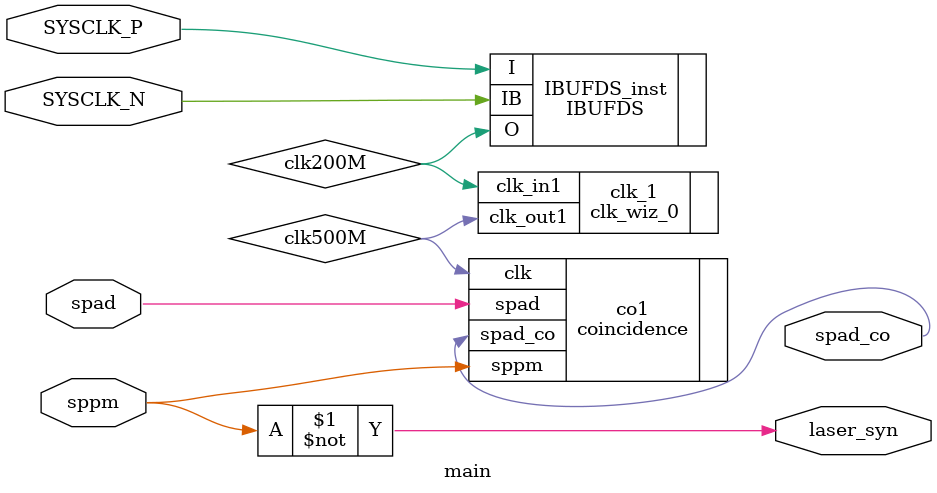
<source format=v>
`timescale 1ns / 1ps

module main(
	input SYSCLK_N,
	input SYSCLK_P,
	input sppm,
	input spad,

	output laser_syn,
	output spad_co

    );
    

wire clk500M, clk200M, clk100M;

clk_wiz_0 clk_1(
       // Clock out ports
       .clk_out1(clk500M),     // output clk_out1    
      // Clock in ports
       .clk_in1(clk200M));      // input clk_in1

IBUFDS #( .DIFF_TERM("FALSE"), .IBUF_LOW_PWR("TRUE"), .IOSTANDARD("DEFAULT") )
	IBUFDS_inst( .O(clk200M), .I(SYSCLK_P), .IB(SYSCLK_N) );


assign laser_syn = ~sppm;

coincidence co1( .clk(clk500M), .sppm(sppm), .spad(spad), .spad_co(spad_co) );


endmodule

</source>
